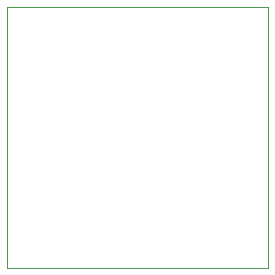
<source format=gbr>
G04 #@! TF.GenerationSoftware,KiCad,Pcbnew,(5.99.0-11522-g728b160719)*
G04 #@! TF.CreationDate,2021-07-25T18:34:51+10:00*
G04 #@! TF.ProjectId,Rotary Encoder,526f7461-7279-4204-956e-636f6465722e,rev?*
G04 #@! TF.SameCoordinates,Original*
G04 #@! TF.FileFunction,Paste,Bot*
G04 #@! TF.FilePolarity,Positive*
%FSLAX46Y46*%
G04 Gerber Fmt 4.6, Leading zero omitted, Abs format (unit mm)*
G04 Created by KiCad (PCBNEW (5.99.0-11522-g728b160719)) date 2021-07-25 18:34:51*
%MOMM*%
%LPD*%
G01*
G04 APERTURE LIST*
G04 #@! TA.AperFunction,Profile*
%ADD10C,0.100000*%
G04 #@! TD*
G04 APERTURE END LIST*
D10*
X155702000Y-112522000D02*
X133604000Y-112522000D01*
X133604000Y-112522000D02*
X133604000Y-90424000D01*
X133604000Y-90424000D02*
X155702000Y-90424000D01*
X155702000Y-90424000D02*
X155702000Y-112522000D01*
M02*

</source>
